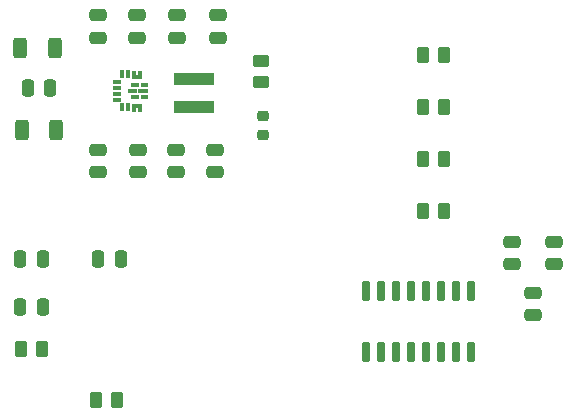
<source format=gbr>
%TF.GenerationSoftware,KiCad,Pcbnew,7.0.9*%
%TF.CreationDate,2024-04-08T21:40:24-04:00*%
%TF.ProjectId,WIRED-NAU7802-board-revB1,57495245-442d-44e4-9155-373830322d62,Rev B1*%
%TF.SameCoordinates,Original*%
%TF.FileFunction,Paste,Top*%
%TF.FilePolarity,Positive*%
%FSLAX46Y46*%
G04 Gerber Fmt 4.6, Leading zero omitted, Abs format (unit mm)*
G04 Created by KiCad (PCBNEW 7.0.9) date 2024-04-08 21:40:24*
%MOMM*%
%LPD*%
G01*
G04 APERTURE LIST*
G04 Aperture macros list*
%AMRoundRect*
0 Rectangle with rounded corners*
0 $1 Rounding radius*
0 $2 $3 $4 $5 $6 $7 $8 $9 X,Y pos of 4 corners*
0 Add a 4 corners polygon primitive as box body*
4,1,4,$2,$3,$4,$5,$6,$7,$8,$9,$2,$3,0*
0 Add four circle primitives for the rounded corners*
1,1,$1+$1,$2,$3*
1,1,$1+$1,$4,$5*
1,1,$1+$1,$6,$7*
1,1,$1+$1,$8,$9*
0 Add four rect primitives between the rounded corners*
20,1,$1+$1,$2,$3,$4,$5,0*
20,1,$1+$1,$4,$5,$6,$7,0*
20,1,$1+$1,$6,$7,$8,$9,0*
20,1,$1+$1,$8,$9,$2,$3,0*%
G04 Aperture macros list end*
%ADD10C,0.010000*%
%ADD11R,3.400000X0.980000*%
%ADD12RoundRect,0.250000X0.250000X0.475000X-0.250000X0.475000X-0.250000X-0.475000X0.250000X-0.475000X0*%
%ADD13RoundRect,0.250000X-0.262500X-0.450000X0.262500X-0.450000X0.262500X0.450000X-0.262500X0.450000X0*%
%ADD14RoundRect,0.250000X-0.475000X0.250000X-0.475000X-0.250000X0.475000X-0.250000X0.475000X0.250000X0*%
%ADD15RoundRect,0.250000X-0.250000X-0.475000X0.250000X-0.475000X0.250000X0.475000X-0.250000X0.475000X0*%
%ADD16RoundRect,0.250000X0.312500X0.625000X-0.312500X0.625000X-0.312500X-0.625000X0.312500X-0.625000X0*%
%ADD17RoundRect,0.250000X-0.450000X0.262500X-0.450000X-0.262500X0.450000X-0.262500X0.450000X0.262500X0*%
%ADD18RoundRect,0.002500X-0.297500X-0.122500X0.297500X-0.122500X0.297500X0.122500X-0.297500X0.122500X0*%
%ADD19RoundRect,0.002500X-0.122500X-0.297500X0.122500X-0.297500X0.122500X0.297500X-0.122500X0.297500X0*%
%ADD20RoundRect,0.250000X0.475000X-0.250000X0.475000X0.250000X-0.475000X0.250000X-0.475000X-0.250000X0*%
%ADD21RoundRect,0.218750X-0.256250X0.218750X-0.256250X-0.218750X0.256250X-0.218750X0.256250X0.218750X0*%
%ADD22RoundRect,0.150000X-0.150000X0.725000X-0.150000X-0.725000X0.150000X-0.725000X0.150000X0.725000X0*%
G04 APERTURE END LIST*
%TO.C,U2*%
D10*
X153635500Y-113147000D02*
X152915500Y-113147000D01*
X152915500Y-112897000D01*
X153635500Y-112897000D01*
X153635500Y-113147000D01*
G36*
X153635500Y-113147000D02*
G01*
X152915500Y-113147000D01*
X152915500Y-112897000D01*
X153635500Y-112897000D01*
X153635500Y-113147000D01*
G37*
X153811000Y-112647000D02*
X153236000Y-112647000D01*
X153236000Y-112397000D01*
X153811000Y-112397000D01*
X153811000Y-112647000D01*
G36*
X153811000Y-112647000D02*
G01*
X153236000Y-112647000D01*
X153236000Y-112397000D01*
X153811000Y-112397000D01*
X153811000Y-112647000D01*
G37*
X153811000Y-113647000D02*
X153236000Y-113647000D01*
X153236000Y-113397000D01*
X153811000Y-113397000D01*
X153811000Y-113647000D01*
G36*
X153811000Y-113647000D02*
G01*
X153236000Y-113647000D01*
X153236000Y-113397000D01*
X153811000Y-113397000D01*
X153811000Y-113647000D01*
G37*
X154555500Y-113147000D02*
X153835500Y-113147000D01*
X153835500Y-112897000D01*
X154555500Y-112897000D01*
X154555500Y-113147000D01*
G36*
X154555500Y-113147000D02*
G01*
X153835500Y-113147000D01*
X153835500Y-112897000D01*
X154555500Y-112897000D01*
X154555500Y-113147000D01*
G37*
X154586000Y-112647000D02*
X154011000Y-112647000D01*
X154011000Y-112397000D01*
X154586000Y-112397000D01*
X154586000Y-112647000D01*
G36*
X154586000Y-112647000D02*
G01*
X154011000Y-112647000D01*
X154011000Y-112397000D01*
X154586000Y-112397000D01*
X154586000Y-112647000D01*
G37*
X154586000Y-113647000D02*
X154011000Y-113647000D01*
X154011000Y-113397000D01*
X154586000Y-113397000D01*
X154586000Y-113647000D01*
G36*
X154586000Y-113647000D02*
G01*
X154011000Y-113647000D01*
X154011000Y-113397000D01*
X154586000Y-113397000D01*
X154586000Y-113647000D01*
G37*
X154035500Y-114722000D02*
X153785500Y-114722000D01*
X153785500Y-114372000D01*
X153535500Y-114372000D01*
X153535500Y-114722000D01*
X153285500Y-114722000D01*
X153285500Y-114122000D01*
X154035500Y-114122000D01*
X154035500Y-114722000D01*
G36*
X154035500Y-114722000D02*
G01*
X153785500Y-114722000D01*
X153785500Y-114372000D01*
X153535500Y-114372000D01*
X153535500Y-114722000D01*
X153285500Y-114722000D01*
X153285500Y-114122000D01*
X154035500Y-114122000D01*
X154035500Y-114722000D01*
G37*
X153535500Y-111672000D02*
X153785500Y-111672000D01*
X153785500Y-111322000D01*
X154035500Y-111322000D01*
X154035500Y-111922000D01*
X153285500Y-111922000D01*
X153285500Y-111322000D01*
X153535500Y-111322000D01*
X153535500Y-111672000D01*
G36*
X153535500Y-111672000D02*
G01*
X153785500Y-111672000D01*
X153785500Y-111322000D01*
X154035500Y-111322000D01*
X154035500Y-111922000D01*
X153285500Y-111922000D01*
X153285500Y-111322000D01*
X153535500Y-111322000D01*
X153535500Y-111672000D01*
G37*
%TD*%
D11*
%TO.C,L1*%
X158507000Y-112003000D03*
X158507000Y-114373000D03*
%TD*%
D12*
%TO.C,C12*%
X146371000Y-112772000D03*
X144471000Y-112772000D03*
%TD*%
D13*
%TO.C,R1*%
X177903500Y-109982000D03*
X179728500Y-109982000D03*
%TD*%
%TO.C,R9*%
X150217500Y-139186000D03*
X152042500Y-139186000D03*
%TD*%
D14*
%TO.C,C15*%
X160285000Y-118014000D03*
X160285000Y-119914000D03*
%TD*%
D15*
%TO.C,C1*%
X150434000Y-127248000D03*
X152334000Y-127248000D03*
%TD*%
D14*
%TO.C,C14*%
X156983000Y-118014000D03*
X156983000Y-119914000D03*
%TD*%
D16*
%TO.C,R4*%
X146761500Y-109378000D03*
X143836500Y-109378000D03*
%TD*%
D17*
%TO.C,R5*%
X164169000Y-110497500D03*
X164169000Y-112322500D03*
%TD*%
D18*
%TO.C,U2*%
X151985500Y-112272000D03*
X151985500Y-112772000D03*
X151985500Y-113272000D03*
X151985500Y-113772000D03*
D19*
X152410500Y-114422000D03*
X152910500Y-114422000D03*
X152910500Y-111622000D03*
X152410500Y-111622000D03*
%TD*%
D20*
%TO.C,C4*%
X150379000Y-108550000D03*
X150379000Y-106650000D03*
%TD*%
D16*
%TO.C,R3*%
X146883500Y-116328000D03*
X143958500Y-116328000D03*
%TD*%
D14*
%TO.C,C13*%
X153790300Y-118014000D03*
X153790300Y-119914000D03*
%TD*%
D20*
%TO.C,C3*%
X188976000Y-127696000D03*
X188976000Y-125796000D03*
%TD*%
%TO.C,C6*%
X157128600Y-108550000D03*
X157128600Y-106650000D03*
%TD*%
%TO.C,C7*%
X160539000Y-108550000D03*
X160539000Y-106650000D03*
%TD*%
D14*
%TO.C,C11*%
X150379000Y-118014000D03*
X150379000Y-119914000D03*
%TD*%
D13*
%TO.C,R6*%
X177903500Y-118787300D03*
X179728500Y-118787300D03*
%TD*%
D20*
%TO.C,C8*%
X187198000Y-132014000D03*
X187198000Y-130114000D03*
%TD*%
%TO.C,C2*%
X185420000Y-127696000D03*
X185420000Y-125796000D03*
%TD*%
D13*
%TO.C,R7*%
X177903500Y-123190000D03*
X179728500Y-123190000D03*
%TD*%
D15*
%TO.C,C9*%
X143830000Y-127248000D03*
X145730000Y-127248000D03*
%TD*%
D13*
%TO.C,R8*%
X143867500Y-134874000D03*
X145692500Y-134874000D03*
%TD*%
D20*
%TO.C,C5*%
X153718100Y-108550000D03*
X153718100Y-106650000D03*
%TD*%
D21*
%TO.C,D1*%
X164349000Y-115194500D03*
X164349000Y-116769500D03*
%TD*%
D13*
%TO.C,R2*%
X177903500Y-114384700D03*
X179728500Y-114384700D03*
%TD*%
D22*
%TO.C,U1*%
X181991000Y-130013000D03*
X180721000Y-130013000D03*
X179451000Y-130013000D03*
X178181000Y-130013000D03*
X176911000Y-130013000D03*
X175641000Y-130013000D03*
X174371000Y-130013000D03*
X173101000Y-130013000D03*
X173101000Y-135163000D03*
X174371000Y-135163000D03*
X175641000Y-135163000D03*
X176911000Y-135163000D03*
X178181000Y-135163000D03*
X179451000Y-135163000D03*
X180721000Y-135163000D03*
X181991000Y-135163000D03*
%TD*%
D15*
%TO.C,C10*%
X143830000Y-131350000D03*
X145730000Y-131350000D03*
%TD*%
M02*

</source>
